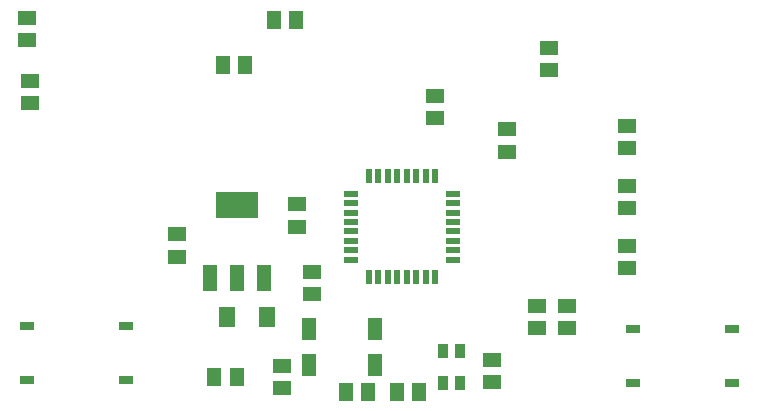
<source format=gbr>
G04 EAGLE Gerber RS-274X export*
G75*
%MOMM*%
%FSLAX34Y34*%
%LPD*%
%INSolderpaste Top*%
%IPPOS*%
%AMOC8*
5,1,8,0,0,1.08239X$1,22.5*%
G01*
%ADD10R,1.500000X1.300000*%
%ADD11R,1.300000X1.500000*%
%ADD12R,1.400000X1.800000*%
%ADD13R,1.270000X0.558800*%
%ADD14R,0.558800X1.270000*%
%ADD15R,1.600000X1.300000*%
%ADD16R,1.270000X1.879600*%
%ADD17R,1.300000X1.600000*%
%ADD18R,1.219200X2.235200*%
%ADD19R,3.600000X2.200000*%
%ADD20R,1.270000X0.635000*%
%ADD21R,0.900000X1.200000*%


D10*
X444500Y400000D03*
X444500Y381000D03*
X342900Y374600D03*
X342900Y355600D03*
D11*
X374700Y254000D03*
X393700Y254000D03*
D10*
X457200Y342900D03*
X457200Y323900D03*
X622300Y463500D03*
X622300Y444500D03*
D12*
X385100Y304800D03*
X419100Y304800D03*
D13*
X490474Y409000D03*
X490474Y401000D03*
X490474Y393000D03*
X490474Y385000D03*
X490474Y377000D03*
X490474Y369000D03*
X490474Y361000D03*
X490474Y353000D03*
D14*
X505400Y338074D03*
X513400Y338074D03*
X521400Y338074D03*
X529400Y338074D03*
X537400Y338074D03*
X545400Y338074D03*
X553400Y338074D03*
X561400Y338074D03*
D13*
X576326Y353000D03*
X576326Y361000D03*
X576326Y369000D03*
X576326Y377000D03*
X576326Y385000D03*
X576326Y393000D03*
X576326Y401000D03*
X576326Y409000D03*
D14*
X561400Y423926D03*
X553400Y423926D03*
X545400Y423926D03*
X537400Y423926D03*
X529400Y423926D03*
X521400Y423926D03*
X513400Y423926D03*
X505400Y423926D03*
D15*
X723900Y365100D03*
X723900Y346100D03*
X723900Y396900D03*
X723900Y415900D03*
X723900Y466700D03*
X723900Y447700D03*
D10*
X647700Y314300D03*
X647700Y295300D03*
X673100Y314300D03*
X673100Y295300D03*
D16*
X454660Y264160D03*
X510540Y264160D03*
X510540Y294640D03*
X454660Y294640D03*
D10*
X431800Y244500D03*
X431800Y263500D03*
D11*
X504800Y241300D03*
X485800Y241300D03*
D17*
X528980Y241300D03*
X547980Y241300D03*
D18*
X370586Y337312D03*
X393700Y337312D03*
X416814Y337312D03*
D19*
X393700Y399290D03*
D10*
X215900Y539140D03*
X215900Y558140D03*
X218440Y504800D03*
X218440Y485800D03*
D15*
X561340Y473100D03*
X561340Y492100D03*
D17*
X424840Y556260D03*
X443840Y556260D03*
X381660Y518160D03*
X400660Y518160D03*
D15*
X657860Y532740D03*
X657860Y513740D03*
D20*
X299720Y297180D03*
X299720Y251680D03*
X215720Y297180D03*
X215720Y251680D03*
X728980Y248920D03*
X728980Y294420D03*
X812980Y248920D03*
X812980Y294420D03*
D21*
X582590Y275840D03*
X582590Y248340D03*
X568090Y248340D03*
X568090Y275840D03*
D15*
X609600Y249580D03*
X609600Y268580D03*
M02*

</source>
